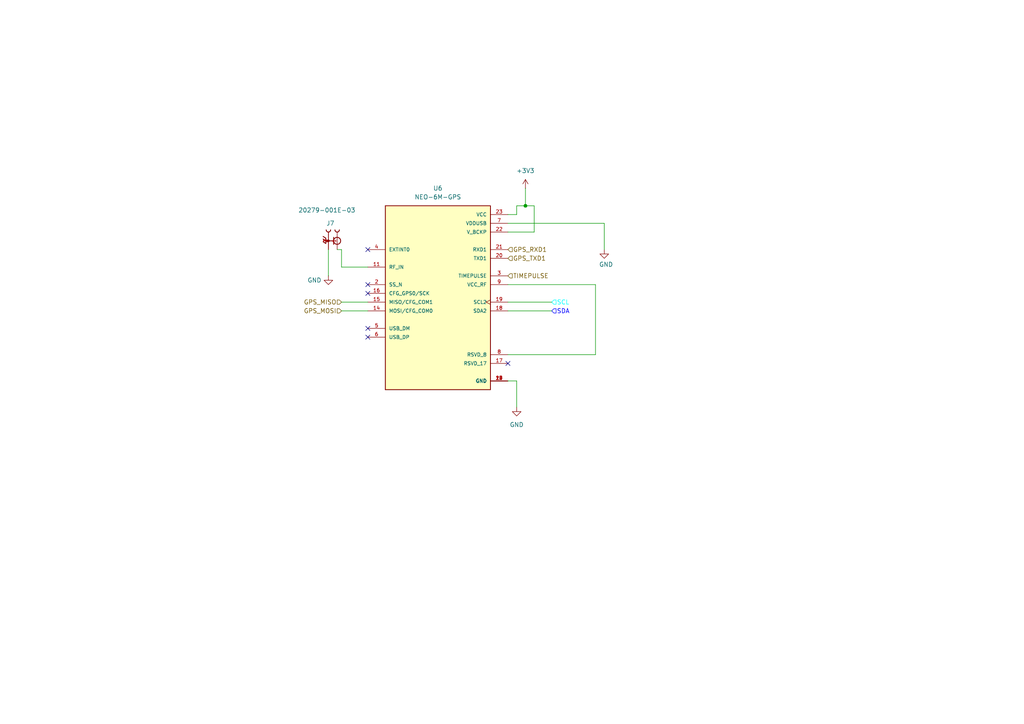
<source format=kicad_sch>
(kicad_sch (version 20250114) (generator "eeschema") (generator_version "9.0")
  (paper "A4")
  (lib_symbols
    (symbol "20279-001E-03:20279-001E-03" (pin_names (offset 1.016))
      (property "Reference" "J" (at -3.81 1.524 0))
      (property "Value" "20279-001E-03" (at -4.064 -6.858 0))
      (symbol "20279-001E-03_0_0"
        (arc (start -3.175 0.635) (mid -2.5427 0) (end -3.175 -0.635) (stroke (width 0.254)))
        (arc (start -3.175 -1.905) (mid -2.5427 -2.54) (end -3.175 -3.175) (stroke (width 0.254)))
        (polyline (pts (xy -1.016 -1.016) (xy 0 -1.016)) (stroke (width 0.254)))
        (polyline (pts (xy -0.762 -3.302) (xy -1.27 -4.064)) (stroke (width 0.254)))
        (circle (center 0 0) (radius 1.016) (stroke (width 0.254)))
        (polyline (pts (xy 0 -1.016) (xy 0 -3.302)) (stroke (width 0.254)))
        (polyline (pts (xy 0 -1.016) (xy 1.016 -1.016)) (stroke (width 0.254)))
        (circle (center 0 -2.54) (radius 0.254) (stroke (width 0.254)))
        (polyline (pts (xy 0 -3.302) (xy -0.762 -3.302)) (stroke (width 0.254)))
        (polyline (pts (xy 0 -3.302) (xy -0.508 -4.064)) (stroke (width 0.254)))
        (polyline (pts (xy 0 -3.302) (xy 0.762 -3.302)) (stroke (width 0.254)))
        (polyline (pts (xy 0.762 -3.302) (xy 0.254 -4.064)) (stroke (width 0.254)))
        (pin passive line (at 2.54 0 180) (length 5.08) (name "~") (number "1"))
        (pin passive line (at 2.54 -2.54 180) (length 5.08) (name "~") (number "2"))
        (pin passive line (at 2.54 -2.54 180) (length 5.08) (name "~") (number "3"))
      )
    )
    (symbol "NEO-6M-GPS:NEO-6M-GPS" (pin_names (offset 1.016))
      (property "Reference" "U" (at -15.2439 26.0408 0))
      (property "Value" "NEO-6M-GPS" (at -15.2445 -30.4874 0))
      (symbol "NEO-6M-GPS_0_0"
        (rectangle (start -15.24 -27.94) (end 15.24 25.4) (stroke (width 0.254)) (fill (type background)))
        (pin input line (at -20.32 12.7 0) (length 5.08) (name "EXTINT0") (number "4"))
        (pin input line (at -20.32 7.62 0) (length 5.08) (name "RF_IN") (number "11"))
        (pin input line (at -20.32 2.54 0) (length 5.08) (name "SS_N") (number "2"))
        (pin input line (at -20.32 0 0) (length 5.08) (name "CFG_GPS0/SCK") (number "16"))
        (pin input line (at -20.32 -2.54 0) (length 5.08) (name "MISO/CFG_COM1") (number "15"))
        (pin bidirectional line (at -20.32 -5.08 0) (length 5.08) (name "MOSI/CFG_COM0") (number "14"))
        (pin bidirectional line (at -20.32 -10.16 0) (length 5.08) (name "USB_DM") (number "5"))
        (pin bidirectional line (at -20.32 -12.7 0) (length 5.08) (name "USB_DP") (number "6"))
        (pin power_in line (at 20.32 22.86 180) (length 5.08) (name "VCC") (number "23"))
        (pin power_in line (at 20.32 20.32 180) (length 5.08) (name "VDDUSB") (number "7"))
        (pin power_in line (at 20.32 17.78 180) (length 5.08) (name "V_BCKP") (number "22"))
        (pin input line (at 20.32 12.7 180) (length 5.08) (name "RXD1") (number "21"))
        (pin output line (at 20.32 10.16 180) (length 5.08) (name "TXD1") (number "20"))
        (pin output line (at 20.32 5.08 180) (length 5.08) (name "TIMEPULSE") (number "3"))
        (pin output line (at 20.32 2.54 180) (length 5.08) (name "VCC_RF") (number "9"))
        (pin bidirectional clock (at 20.32 -2.54 180) (length 5.08) (name "SCL2") (number "19"))
        (pin bidirectional line (at 20.32 -5.08 180) (length 5.08) (name "SDA2") (number "18"))
        (pin passive line (at 20.32 -17.78 180) (length 5.08) (name "RSVD_8") (number "8"))
        (pin passive line (at 20.32 -20.32 180) (length 5.08) (name "RSVD_17") (number "17"))
        (pin power_in line (at 20.32 -25.4 180) (length 5.08) (name "GND") (number "10"))
        (pin power_in line (at 20.32 -25.4 180) (length 5.08) (name "GND") (number "12"))
        (pin power_in line (at 20.32 -25.4 180) (length 5.08) (name "GND") (number "13"))
        (pin power_in line (at 20.32 -25.4 180) (length 5.08) (name "GND") (number "24"))
      )
    )
    (symbol "power:+3V3" (power) (pin_numbers (hide yes)) (pin_names (offset 0) (hide yes))
      (property "Value" "+3V3" (at 0 3.556 0))
      (symbol "+3V3_0_1"
        (polyline (pts (xy -0.762 1.27) (xy 0 2.54)))
        (polyline (pts (xy 0 2.54) (xy 0.762 1.27)))
        (polyline (pts (xy 0 0) (xy 0 2.54)))
      )
      (symbol "+3V3_1_1"
        (pin power_in line (at 0 0 90) (length 0) (name "~") (number "1"))
      )
    )
    (symbol "power:GND" (power) (pin_numbers (hide yes)) (pin_names (offset 0) (hide yes))
      (property "Value" "GND" (at 0 -3.81 0))
      (symbol "GND_0_1"
        (polyline (pts (xy 0 0) (xy 0 -1.27) (xy 1.27 -1.27) (xy 0 -2.54) (xy -1.27 -1.27) (xy 0 -1.27)))
      )
      (symbol "GND_1_1"
        (pin power_in line (at 0 0 270) (length 0) (name "~") (number "1"))
      )
    )
  )
  (junction (at 152.4 59.69))
  (no_connect (at 106.68 97.79))
  (no_connect (at 106.68 85.09))
  (no_connect (at 147.32 105.41))
  (no_connect (at 106.68 82.55))
  (no_connect (at 106.68 95.25))
  (no_connect (at 106.68 72.39))
  (wire (pts (xy 175.26 64.77) (xy 147.32 64.77)))
  (wire (pts (xy 149.86 62.23) (xy 147.32 62.23)))
  (wire (pts (xy 95.25 80.01) (xy 95.25 72.39)))
  (wire (pts (xy 97.79 72.39) (xy 99.06 72.39)))
  (wire (pts (xy 172.72 82.55) (xy 172.72 102.87)))
  (wire (pts (xy 99.06 72.39) (xy 99.06 77.47)))
  (wire (pts (xy 154.94 59.69) (xy 154.94 67.31)))
  (wire (pts (xy 154.94 59.69) (xy 152.4 59.69)))
  (wire (pts (xy 175.26 72.39) (xy 175.26 64.77)))
  (wire (pts (xy 147.32 82.55) (xy 172.72 82.55)))
  (wire (pts (xy 147.32 90.17) (xy 160.02 90.17)))
  (wire (pts (xy 152.4 54.61) (xy 152.4 59.69)))
  (wire (pts (xy 99.06 87.63) (xy 106.68 87.63)))
  (wire (pts (xy 152.4 59.69) (xy 149.86 59.69)))
  (wire (pts (xy 172.72 102.87) (xy 147.32 102.87)))
  (wire (pts (xy 147.32 87.63) (xy 160.02 87.63)))
  (wire (pts (xy 154.94 67.31) (xy 147.32 67.31)))
  (wire (pts (xy 149.86 118.11) (xy 149.86 110.49)))
  (wire (pts (xy 149.86 59.69) (xy 149.86 62.23)))
  (wire (pts (xy 149.86 110.49) (xy 147.32 110.49)))
  (wire (pts (xy 99.06 77.47) (xy 106.68 77.47)))
  (wire (pts (xy 99.06 90.17) (xy 106.68 90.17)))
  (hierarchical_label "GPS_MOSI" (shape input) (at 99.06 90.17 180))
  (hierarchical_label "GPS_RXD1" (shape input) (at 147.32 72.39 0))
  (hierarchical_label "TIMEPULSE" (shape input) (at 147.32 80.01 0))
  (hierarchical_label "SCL" (shape input) (at 160.02 87.63 0))
  (hierarchical_label "SDA" (shape input) (at 160.02 90.17 0))
  (hierarchical_label "GPS_MISO" (shape input) (at 99.06 87.63 180))
  (hierarchical_label "GPS_TXD1" (shape input) (at 147.32 74.93 0))
  (symbol (lib_id "power:GND") (at 149.86 118.11 0) (unit 1)
    (property "Reference" "#PWR037" (effects (hide yes)))
    (property "Value" "GND" (at 149.86 123.19 0))
    (property "Description" "Power symbol creates a global label with name \"GND\" , ground" (effects (hide yes)))
  )
  (symbol (lib_id "power:+3V3") (at 152.4 54.61 0) (unit 1)
    (property "Reference" "#PWR046" (effects (hide yes)))
    (property "Value" "+3V3" (at 152.4 49.53 0))
    (property "Description" "Power symbol creates a global label with name \"+3V3\"" (effects (hide yes)))
  )
  (symbol (lib_id "power:GND") (at 175.26 72.39 0) (unit 1)
    (property "Reference" "#PWR058" (effects (hide yes)))
    (property "Value" "GND" (at 173.736 76.708 0) (effects (justify left)))
    (property "Description" "Power symbol creates a global label with name \"GND\" , ground" (effects (hide yes)))
  )
  (symbol (lib_id "NEO-6M-GPS:NEO-6M-GPS") (at 127 85.09 0) (unit 1)
    (property "Reference" "U6" (at 127 54.61 0))
    (property "Value" "NEO-6M-GPS" (at 127 57.15 0))
    (property "Footprint" "footprints:XCVR_NEO-6M-GPS" (effects (hide yes)))
    (property "MF" "u-blox" (effects (hide yes)))
    (property "Description_1" "GPS Development Tools SparkFun GNSS-RTK Dead Reckoning Breakout - ZED-F9K (Qwiic)" (effects (hide yes)))
    (property "Package" "None" (effects (hide yes)))
    (property "Price" "None" (effects (hide yes)))
    (property "Check_prices" "https://www.snapeda.com/parts/NEO-6M-GPS/u-blox/view-part/?ref=eda" (effects (hide yes)))
    (property "STANDARD" "Manufacturer Recommendations" (effects (hide yes)))
    (property "PARTREV" "R15" (effects (hide yes)))
    (property "SnapEDA_Link" "https://www.snapeda.com/parts/NEO-6M-GPS/u-blox/view-part/?ref=snap" (effects (hide yes)))
    (property "MP" "NEO-6M-GPS" (effects (hide yes)))
    (property "Availability" "Not in stock" (effects (hide yes)))
    (property "MANUFACTURER" "U-Blox" (effects (hide yes)))
  )
  (symbol (lib_id "20279-001E-03:20279-001E-03") (at 97.79 69.85 270) (unit 1)
    (property "Reference" "J7" (at 97.028 64.77 90) (effects (justify right)))
    (property "Value" "20279-001E-03" (at 103.124 60.96 90) (effects (justify right)))
    (property "Footprint" "footprints:IPEX_20279-001E-03" (effects (hide yes)))
    (property "MF" "I-PEX" (effects (hide yes)))
    (property "MAXIMUM_PACKAGE_HEIGHT" "1.25mm" (effects (hide yes)))
    (property "Package" "None" (effects (hide yes)))
    (property "Price" "None" (effects (hide yes)))
    (property "Check_prices" "https://www.snapeda.com/parts/20279-001E-03/I-PEX/view-part/?ref=eda" (effects (hide yes)))
    (property "STANDARD" "Manufacturer Recommendations" (effects (hide yes)))
    (property "PARTREV" "32" (effects (hide yes)))
    (property "SnapEDA_Link" "https://www.snapeda.com/parts/20279-001E-03/I-PEX/view-part/?ref=snap" (effects (hide yes)))
    (property "MP" "20279-001E-03" (effects (hide yes)))
    (property "Description_1" "1 POS Vertical SMD Small form factor with big performance through 6 GHz connector,MHF, RF, micro-coaxial MHF I Receptacle" (effects (hide yes)))
    (property "Availability" "In Stock" (effects (hide yes)))
    (property "MANUFACTURER" "I-PEX" (effects (hide yes)))
  )
  (symbol (lib_id "power:GND") (at 95.25 80.01 0) (unit 1)
    (property "Reference" "#PWR036" (effects (hide yes)))
    (property "Value" "GND" (at 89.154 81.28 0) (effects (justify left)))
    (property "Description" "Power symbol creates a global label with name \"GND\" , ground" (effects (hide yes)))
  )
)
</source>
